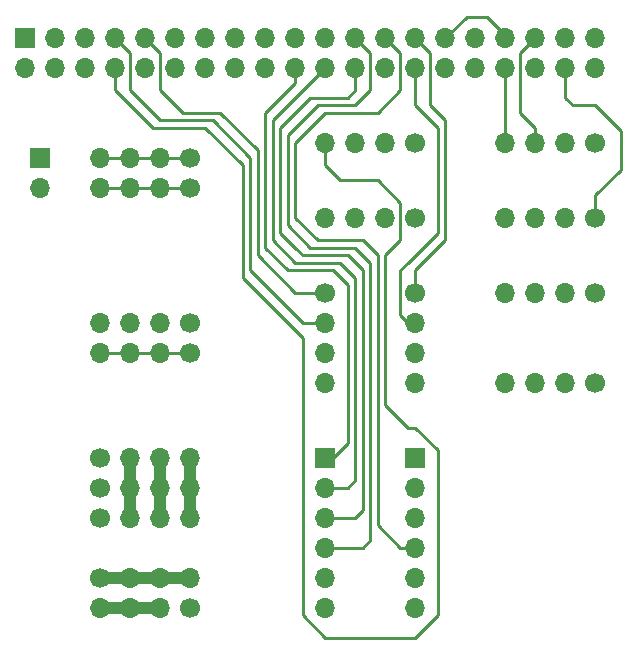
<source format=gbr>
G04 #@! TF.FileFunction,Copper,L1,Top,Signal*
%FSLAX46Y46*%
G04 Gerber Fmt 4.6, Leading zero omitted, Abs format (unit mm)*
G04 Created by KiCad (PCBNEW 4.0.0-rc1-stable) date 02/05/2017 19:54:53*
%MOMM*%
G01*
G04 APERTURE LIST*
%ADD10C,0.100000*%
%ADD11C,1.700000*%
%ADD12O,1.700000X1.700000*%
%ADD13R,1.700000X1.700000*%
%ADD14C,0.250000*%
%ADD15C,1.000000*%
G04 APERTURE END LIST*
D10*
D11*
X113411000Y-81178400D03*
D12*
X110871000Y-81178400D03*
X108331000Y-81178400D03*
X105791000Y-81178400D03*
D13*
X99441000Y-68478400D03*
D12*
X99441000Y-71018400D03*
X101981000Y-68478400D03*
X101981000Y-71018400D03*
X104521000Y-68478400D03*
X104521000Y-71018400D03*
X107061000Y-68478400D03*
X107061000Y-71018400D03*
X109601000Y-68478400D03*
X109601000Y-71018400D03*
X112141000Y-68478400D03*
X112141000Y-71018400D03*
X114681000Y-68478400D03*
X114681000Y-71018400D03*
X117221000Y-68478400D03*
X117221000Y-71018400D03*
X119761000Y-68478400D03*
X119761000Y-71018400D03*
X122301000Y-68478400D03*
X122301000Y-71018400D03*
X124841000Y-68478400D03*
X124841000Y-71018400D03*
X127381000Y-68478400D03*
X127381000Y-71018400D03*
X129921000Y-68478400D03*
X129921000Y-71018400D03*
X132461000Y-68478400D03*
X132461000Y-71018400D03*
X135001000Y-68478400D03*
X135001000Y-71018400D03*
X137541000Y-68478400D03*
X137541000Y-71018400D03*
X140081000Y-68478400D03*
X140081000Y-71018400D03*
X142621000Y-68478400D03*
X142621000Y-71018400D03*
X145161000Y-68478400D03*
X145161000Y-71018400D03*
X147701000Y-68478400D03*
X147701000Y-71018400D03*
D13*
X124841000Y-104038400D03*
D12*
X124841000Y-106578400D03*
X124841000Y-109118400D03*
X124841000Y-111658400D03*
X124841000Y-114198400D03*
X124841000Y-116738400D03*
D13*
X132461000Y-104038400D03*
D12*
X132461000Y-106578400D03*
X132461000Y-109118400D03*
X132461000Y-111658400D03*
X132461000Y-114198400D03*
X132461000Y-116738400D03*
D11*
X105791000Y-104038400D03*
D12*
X108331000Y-104038400D03*
X110871000Y-104038400D03*
X113411000Y-104038400D03*
D11*
X105791000Y-106578400D03*
D12*
X108331000Y-106578400D03*
X110871000Y-106578400D03*
X113411000Y-106578400D03*
D11*
X105791000Y-109118400D03*
D12*
X108331000Y-109118400D03*
X110871000Y-109118400D03*
X113411000Y-109118400D03*
D11*
X105791000Y-114198400D03*
D12*
X108331000Y-114198400D03*
X110871000Y-114198400D03*
X113411000Y-114198400D03*
D11*
X113411000Y-116738400D03*
D12*
X110871000Y-116738400D03*
X108331000Y-116738400D03*
X105791000Y-116738400D03*
D11*
X113411000Y-78638400D03*
D12*
X110871000Y-78638400D03*
X108331000Y-78638400D03*
X105791000Y-78638400D03*
D11*
X113411000Y-92608400D03*
D12*
X110871000Y-92608400D03*
X108331000Y-92608400D03*
X105791000Y-92608400D03*
D11*
X113411000Y-95148400D03*
D12*
X110871000Y-95148400D03*
X108331000Y-95148400D03*
X105791000Y-95148400D03*
D11*
X124841000Y-90068400D03*
D12*
X124841000Y-92608400D03*
X124841000Y-95148400D03*
X124841000Y-97688400D03*
D11*
X132461000Y-77368400D03*
D12*
X129921000Y-77368400D03*
X127381000Y-77368400D03*
X124841000Y-77368400D03*
D11*
X132461000Y-83718400D03*
D12*
X129921000Y-83718400D03*
X127381000Y-83718400D03*
X124841000Y-83718400D03*
D11*
X147701000Y-77368400D03*
D12*
X145161000Y-77368400D03*
X142621000Y-77368400D03*
X140081000Y-77368400D03*
D11*
X147701000Y-83718400D03*
D12*
X145161000Y-83718400D03*
X142621000Y-83718400D03*
X140081000Y-83718400D03*
D11*
X132461000Y-90068400D03*
D12*
X132461000Y-92608400D03*
X132461000Y-95148400D03*
X132461000Y-97688400D03*
D11*
X147701000Y-97688400D03*
D12*
X145161000Y-97688400D03*
X142621000Y-97688400D03*
X140081000Y-97688400D03*
D11*
X147701000Y-90068400D03*
D12*
X145161000Y-90068400D03*
X142621000Y-90068400D03*
X140081000Y-90068400D03*
D13*
X100711000Y-78638400D03*
D12*
X100711000Y-81178400D03*
D14*
X108331000Y-81178400D02*
X105791000Y-81178400D01*
X110871000Y-81178400D02*
X108331000Y-81178400D01*
X113411000Y-81178400D02*
X110871000Y-81178400D01*
X110871000Y-95148400D02*
X113411000Y-95148400D01*
X108331000Y-95148400D02*
X110871000Y-95148400D01*
X105791000Y-95148400D02*
X108331000Y-95148400D01*
X140081000Y-68478400D02*
X140081000Y-68199000D01*
X140081000Y-68199000D02*
X138557000Y-66675000D01*
X136804400Y-66675000D02*
X135001000Y-68478400D01*
X138557000Y-66675000D02*
X136804400Y-66675000D01*
X135001000Y-68478400D02*
X135001000Y-68072000D01*
X129921000Y-70358000D02*
X129921000Y-71018400D01*
X109601000Y-71018400D02*
X109601000Y-70485000D01*
X142621000Y-68478400D02*
X141351000Y-69748400D01*
X142621000Y-76098400D02*
X142621000Y-77368400D01*
X141351000Y-74828400D02*
X142621000Y-76098400D01*
X141351000Y-69748400D02*
X141351000Y-74828400D01*
X142621000Y-68478400D02*
X142621000Y-68580000D01*
X124841000Y-111658400D02*
X128016000Y-111658400D01*
X128651000Y-69748400D02*
X127381000Y-68478400D01*
X128651000Y-72923400D02*
X128651000Y-69748400D01*
X127381000Y-74193400D02*
X128651000Y-72923400D01*
X124206000Y-74193400D02*
X127381000Y-74193400D01*
X121666000Y-76733400D02*
X124206000Y-74193400D01*
X121666000Y-84353400D02*
X121666000Y-76733400D01*
X123571000Y-86258400D02*
X121666000Y-84353400D01*
X127381000Y-86258400D02*
X123571000Y-86258400D01*
X128651000Y-87528400D02*
X127381000Y-86258400D01*
X128651000Y-111023400D02*
X128651000Y-87528400D01*
X128016000Y-111658400D02*
X128651000Y-111023400D01*
X127381000Y-68478400D02*
X127381000Y-68834000D01*
X132461000Y-90068400D02*
X132461000Y-88163400D01*
X132461000Y-88163400D02*
X135001000Y-85623400D01*
X132461000Y-68478400D02*
X133731000Y-69748400D01*
X135001000Y-75463400D02*
X135001000Y-85623400D01*
X133731000Y-74193400D02*
X135001000Y-75463400D01*
X133731000Y-69748400D02*
X133731000Y-74193400D01*
X132461000Y-90170000D02*
X132207000Y-90170000D01*
X129921000Y-68478400D02*
X131191000Y-69748400D01*
X131191000Y-111658400D02*
X132461000Y-111658400D01*
X129286000Y-109753400D02*
X131191000Y-111658400D01*
X129286000Y-86893400D02*
X129286000Y-109753400D01*
X128016000Y-85623400D02*
X129286000Y-86893400D01*
X124206000Y-85623400D02*
X128016000Y-85623400D01*
X122301000Y-83718400D02*
X124206000Y-85623400D01*
X122301000Y-77368400D02*
X122301000Y-83718400D01*
X124841000Y-74828400D02*
X122301000Y-77368400D01*
X129286000Y-74828400D02*
X124841000Y-74828400D01*
X131191000Y-72923400D02*
X129286000Y-74828400D01*
X131191000Y-69748400D02*
X131191000Y-72923400D01*
X129921000Y-68478400D02*
X129946400Y-68478400D01*
X109601000Y-68478400D02*
X110871000Y-69748400D01*
X112776000Y-74828400D02*
X113411000Y-74828400D01*
X110871000Y-72923400D02*
X112776000Y-74828400D01*
X110871000Y-69748400D02*
X110871000Y-72923400D01*
X124841000Y-90068400D02*
X122301000Y-90068400D01*
X119126000Y-86893400D02*
X119126000Y-78003400D01*
X122301000Y-90068400D02*
X119126000Y-86893400D01*
X115951000Y-74828400D02*
X119126000Y-78003400D01*
X113411000Y-74828400D02*
X115951000Y-74828400D01*
X109601000Y-68478400D02*
X109575600Y-68478400D01*
X107061000Y-68478400D02*
X108331000Y-69748400D01*
X110871000Y-75463400D02*
X112776000Y-75463400D01*
X108331000Y-72923400D02*
X110871000Y-75463400D01*
X108331000Y-69748400D02*
X108331000Y-72923400D01*
X124841000Y-92608400D02*
X122936000Y-92608400D01*
X122936000Y-92608400D02*
X118491000Y-88163400D01*
X118491000Y-88163400D02*
X118491000Y-78638400D01*
X118491000Y-78638400D02*
X115316000Y-75463400D01*
X115316000Y-75463400D02*
X112776000Y-75463400D01*
X124841000Y-92710000D02*
X124206000Y-92710000D01*
X105791000Y-78638400D02*
X113411000Y-78638400D01*
X145161000Y-71018400D02*
X145161000Y-73558400D01*
X147701000Y-81813400D02*
X147701000Y-83718400D01*
X149860000Y-79654400D02*
X147701000Y-81813400D01*
X149860000Y-76352400D02*
X149860000Y-79654400D01*
X147701000Y-74193400D02*
X149860000Y-76352400D01*
X145796000Y-74193400D02*
X147701000Y-74193400D01*
X145161000Y-73558400D02*
X145796000Y-74193400D01*
X145161000Y-71018400D02*
X145161000Y-71501000D01*
X140081000Y-71018400D02*
X140081000Y-77368400D01*
X134366000Y-84988400D02*
X131826000Y-87528400D01*
X131191000Y-91973400D02*
X131826000Y-92608400D01*
X131191000Y-88163400D02*
X131191000Y-91973400D01*
X131191000Y-88163400D02*
X131191000Y-88163400D01*
X131826000Y-87528400D02*
X131191000Y-88163400D01*
X131826000Y-92608400D02*
X132461000Y-92608400D01*
X134366000Y-84353400D02*
X134366000Y-84988400D01*
X132461000Y-71018400D02*
X132461000Y-74193400D01*
X134366000Y-76098400D02*
X134366000Y-84353400D01*
X132461000Y-74193400D02*
X134366000Y-76098400D01*
X132461000Y-71018400D02*
X132461000Y-71120000D01*
X124841000Y-73558400D02*
X123571000Y-73558400D01*
X123571000Y-73558400D02*
X121031000Y-76098400D01*
X121031000Y-84988400D02*
X122301000Y-86258400D01*
X121031000Y-76098400D02*
X121031000Y-84988400D01*
X127381000Y-71018400D02*
X127381000Y-72923400D01*
X126746000Y-73558400D02*
X124841000Y-73558400D01*
X127381000Y-72923400D02*
X126746000Y-73558400D01*
X127381000Y-109118400D02*
X124841000Y-109118400D01*
X128016000Y-108483400D02*
X127381000Y-109118400D01*
X128016000Y-88163400D02*
X128016000Y-108483400D01*
X126746000Y-86893400D02*
X128016000Y-88163400D01*
X122936000Y-86893400D02*
X126746000Y-86893400D01*
X122301000Y-86258400D02*
X122936000Y-86893400D01*
X127381000Y-71018400D02*
X127406400Y-71018400D01*
X124841000Y-71018400D02*
X124841000Y-71018400D01*
X126746000Y-106578400D02*
X124841000Y-106578400D01*
X127381000Y-105943400D02*
X126746000Y-106578400D01*
X127381000Y-88798400D02*
X127381000Y-105943400D01*
X126111000Y-87528400D02*
X127381000Y-88798400D01*
X122301000Y-87528400D02*
X126111000Y-87528400D01*
X120396000Y-85623400D02*
X122301000Y-87528400D01*
X120396000Y-75463400D02*
X120396000Y-85623400D01*
X124841000Y-71018400D02*
X120396000Y-75463400D01*
X124841000Y-104038400D02*
X125476000Y-104038400D01*
X125476000Y-104038400D02*
X126746000Y-102768400D01*
X126746000Y-102768400D02*
X126746000Y-89433400D01*
X122301000Y-71018400D02*
X122301000Y-72288400D01*
X121666000Y-88163400D02*
X124841000Y-88163400D01*
X119761000Y-86258400D02*
X121666000Y-88163400D01*
X119761000Y-74828400D02*
X119761000Y-86258400D01*
X122301000Y-72288400D02*
X119761000Y-74828400D01*
X125476000Y-88163400D02*
X126746000Y-89433400D01*
X124841000Y-88163400D02*
X125476000Y-88163400D01*
X122301000Y-71018400D02*
X122453400Y-71018400D01*
X122936000Y-98323400D02*
X122936000Y-93878400D01*
X110236000Y-76098400D02*
X107061000Y-72923400D01*
X114681000Y-76098400D02*
X110236000Y-76098400D01*
X117856000Y-79273400D02*
X114681000Y-76098400D01*
X117856000Y-88798400D02*
X117856000Y-79273400D01*
X122936000Y-93878400D02*
X117856000Y-88798400D01*
X107061000Y-72923400D02*
X107061000Y-71018400D01*
X124841000Y-77368400D02*
X124841000Y-79273400D01*
X107061000Y-72923400D02*
X107061000Y-71018400D01*
X122936000Y-117373400D02*
X122936000Y-98323400D01*
X124841000Y-119278400D02*
X122936000Y-117373400D01*
X132461000Y-119278400D02*
X124841000Y-119278400D01*
X134366000Y-117373400D02*
X132461000Y-119278400D01*
X134366000Y-103403400D02*
X134366000Y-117373400D01*
X132461000Y-101498400D02*
X134366000Y-103403400D01*
X131826000Y-101498400D02*
X132461000Y-101498400D01*
X129921000Y-99593400D02*
X131826000Y-101498400D01*
X129921000Y-86893400D02*
X129921000Y-99593400D01*
X131191000Y-85623400D02*
X129921000Y-86893400D01*
X131191000Y-82448400D02*
X131191000Y-85623400D01*
X129286000Y-80543400D02*
X131191000Y-82448400D01*
X126111000Y-80543400D02*
X129286000Y-80543400D01*
X124841000Y-79273400D02*
X126111000Y-80543400D01*
X107061000Y-71018400D02*
X107061000Y-71018400D01*
D15*
X108331000Y-114198400D02*
X105791000Y-114198400D01*
X113411000Y-114198400D02*
X110871000Y-114198400D01*
X110871000Y-114198400D02*
X108331000Y-114198400D01*
X110871000Y-116738400D02*
X108331000Y-116738400D01*
X108331000Y-116738400D02*
X105791000Y-116738400D01*
X108331000Y-104038400D02*
X108331000Y-109118400D01*
X110871000Y-104038400D02*
X110871000Y-109118400D01*
X113411000Y-104038400D02*
X113411000Y-109118400D01*
M02*

</source>
